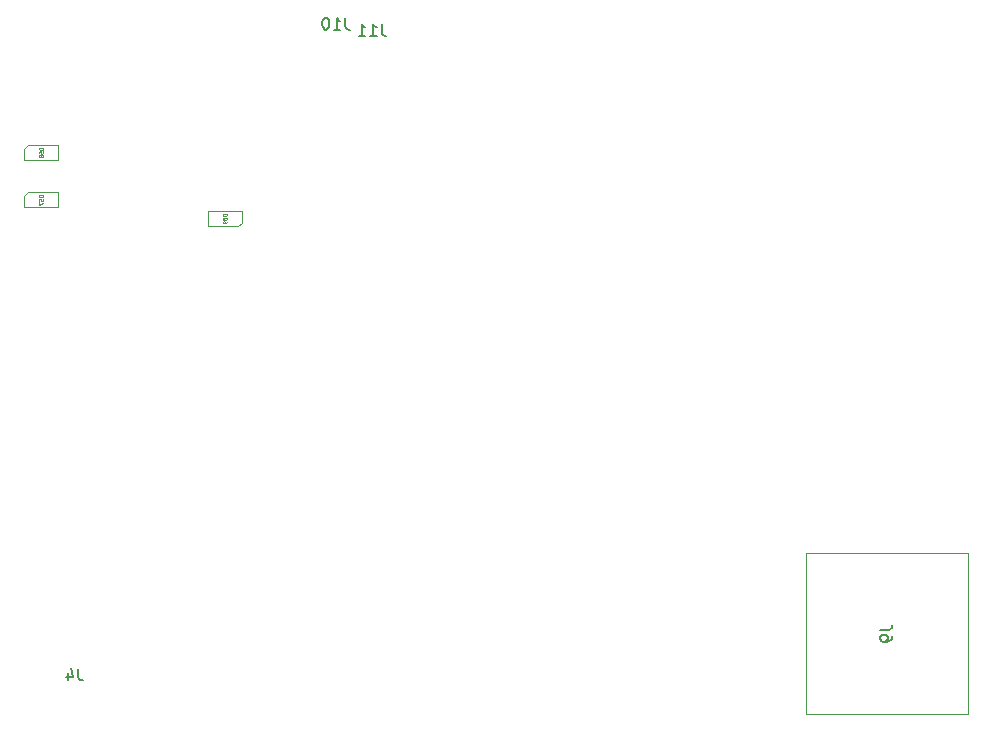
<source format=gbr>
G04 #@! TF.GenerationSoftware,KiCad,Pcbnew,(6.0.9)*
G04 #@! TF.CreationDate,2023-02-02T22:17:03+03:00*
G04 #@! TF.ProjectId,alphax_4ch,616c7068-6178-45f3-9463-682e6b696361,a*
G04 #@! TF.SameCoordinates,PX141f5e0PYa2cace0*
G04 #@! TF.FileFunction,AssemblyDrawing,Bot*
%FSLAX46Y46*%
G04 Gerber Fmt 4.6, Leading zero omitted, Abs format (unit mm)*
G04 Created by KiCad (PCBNEW (6.0.9)) date 2023-02-02 22:17:03*
%MOMM*%
%LPD*%
G01*
G04 APERTURE LIST*
%ADD10C,0.150000*%
%ADD11C,0.050000*%
%ADD12C,0.100000*%
G04 APERTURE END LIST*
D10*
G04 #@! TO.C,J10*
X27639523Y60257620D02*
X27639523Y59543334D01*
X27687142Y59400477D01*
X27782380Y59305239D01*
X27925238Y59257620D01*
X28020476Y59257620D01*
X26639523Y59257620D02*
X27210952Y59257620D01*
X26925238Y59257620D02*
X26925238Y60257620D01*
X27020476Y60114762D01*
X27115714Y60019524D01*
X27210952Y59971905D01*
X26020476Y60257620D02*
X25925238Y60257620D01*
X25830000Y60210000D01*
X25782380Y60162381D01*
X25734761Y60067143D01*
X25687142Y59876667D01*
X25687142Y59638572D01*
X25734761Y59448096D01*
X25782380Y59352858D01*
X25830000Y59305239D01*
X25925238Y59257620D01*
X26020476Y59257620D01*
X26115714Y59305239D01*
X26163333Y59352858D01*
X26210952Y59448096D01*
X26258571Y59638572D01*
X26258571Y59876667D01*
X26210952Y60067143D01*
X26163333Y60162381D01*
X26115714Y60210000D01*
X26020476Y60257620D01*
G04 #@! TO.C,J11*
X30709523Y59737620D02*
X30709523Y59023334D01*
X30757142Y58880477D01*
X30852380Y58785239D01*
X30995238Y58737620D01*
X31090476Y58737620D01*
X29709523Y58737620D02*
X30280952Y58737620D01*
X29995238Y58737620D02*
X29995238Y59737620D01*
X30090476Y59594762D01*
X30185714Y59499524D01*
X30280952Y59451905D01*
X28757142Y58737620D02*
X29328571Y58737620D01*
X29042857Y58737620D02*
X29042857Y59737620D01*
X29138095Y59594762D01*
X29233333Y59499524D01*
X29328571Y59451905D01*
D11*
G04 #@! TO.C,D58*
X2034761Y49238572D02*
X1714761Y49238572D01*
X1714761Y49162381D01*
X1730000Y49116667D01*
X1760476Y49086191D01*
X1790952Y49070953D01*
X1851904Y49055715D01*
X1897619Y49055715D01*
X1958571Y49070953D01*
X1989047Y49086191D01*
X2019523Y49116667D01*
X2034761Y49162381D01*
X2034761Y49238572D01*
X1714761Y48766191D02*
X1714761Y48918572D01*
X1867142Y48933810D01*
X1851904Y48918572D01*
X1836666Y48888096D01*
X1836666Y48811905D01*
X1851904Y48781429D01*
X1867142Y48766191D01*
X1897619Y48750953D01*
X1973809Y48750953D01*
X2004285Y48766191D01*
X2019523Y48781429D01*
X2034761Y48811905D01*
X2034761Y48888096D01*
X2019523Y48918572D01*
X2004285Y48933810D01*
X1851904Y48568096D02*
X1836666Y48598572D01*
X1821428Y48613810D01*
X1790952Y48629048D01*
X1775714Y48629048D01*
X1745238Y48613810D01*
X1730000Y48598572D01*
X1714761Y48568096D01*
X1714761Y48507143D01*
X1730000Y48476667D01*
X1745238Y48461429D01*
X1775714Y48446191D01*
X1790952Y48446191D01*
X1821428Y48461429D01*
X1836666Y48476667D01*
X1851904Y48507143D01*
X1851904Y48568096D01*
X1867142Y48598572D01*
X1882380Y48613810D01*
X1912857Y48629048D01*
X1973809Y48629048D01*
X2004285Y48613810D01*
X2019523Y48598572D01*
X2034761Y48568096D01*
X2034761Y48507143D01*
X2019523Y48476667D01*
X2004285Y48461429D01*
X1973809Y48446191D01*
X1912857Y48446191D01*
X1882380Y48461429D01*
X1867142Y48476667D01*
X1851904Y48507143D01*
D10*
G04 #@! TO.C,J9*
X72922380Y8443334D02*
X73636666Y8443334D01*
X73779523Y8490953D01*
X73874761Y8586191D01*
X73922380Y8729048D01*
X73922380Y8824286D01*
X73922380Y7919524D02*
X73922380Y7729048D01*
X73874761Y7633810D01*
X73827142Y7586191D01*
X73684285Y7490953D01*
X73493809Y7443334D01*
X73112857Y7443334D01*
X73017619Y7490953D01*
X72970000Y7538572D01*
X72922380Y7633810D01*
X72922380Y7824286D01*
X72970000Y7919524D01*
X73017619Y7967143D01*
X73112857Y8014762D01*
X73350952Y8014762D01*
X73446190Y7967143D01*
X73493809Y7919524D01*
X73541428Y7824286D01*
X73541428Y7633810D01*
X73493809Y7538572D01*
X73446190Y7490953D01*
X73350952Y7443334D01*
D11*
G04 #@! TO.C,D57*
X2034761Y45238572D02*
X1714761Y45238572D01*
X1714761Y45162381D01*
X1730000Y45116667D01*
X1760476Y45086191D01*
X1790952Y45070953D01*
X1851904Y45055715D01*
X1897619Y45055715D01*
X1958571Y45070953D01*
X1989047Y45086191D01*
X2019523Y45116667D01*
X2034761Y45162381D01*
X2034761Y45238572D01*
X1714761Y44766191D02*
X1714761Y44918572D01*
X1867142Y44933810D01*
X1851904Y44918572D01*
X1836666Y44888096D01*
X1836666Y44811905D01*
X1851904Y44781429D01*
X1867142Y44766191D01*
X1897619Y44750953D01*
X1973809Y44750953D01*
X2004285Y44766191D01*
X2019523Y44781429D01*
X2034761Y44811905D01*
X2034761Y44888096D01*
X2019523Y44918572D01*
X2004285Y44933810D01*
X1714761Y44644286D02*
X1714761Y44430953D01*
X2034761Y44568096D01*
D10*
G04 #@! TO.C,J4*
X5033333Y5147620D02*
X5033333Y4433334D01*
X5080952Y4290477D01*
X5176190Y4195239D01*
X5319047Y4147620D01*
X5414285Y4147620D01*
X4128571Y4814286D02*
X4128571Y4147620D01*
X4366666Y5195239D02*
X4604761Y4480953D01*
X3985714Y4480953D01*
D11*
G04 #@! TO.C,D59*
X17574761Y43628572D02*
X17254761Y43628572D01*
X17254761Y43552381D01*
X17270000Y43506667D01*
X17300476Y43476191D01*
X17330952Y43460953D01*
X17391904Y43445715D01*
X17437619Y43445715D01*
X17498571Y43460953D01*
X17529047Y43476191D01*
X17559523Y43506667D01*
X17574761Y43552381D01*
X17574761Y43628572D01*
X17254761Y43156191D02*
X17254761Y43308572D01*
X17407142Y43323810D01*
X17391904Y43308572D01*
X17376666Y43278096D01*
X17376666Y43201905D01*
X17391904Y43171429D01*
X17407142Y43156191D01*
X17437619Y43140953D01*
X17513809Y43140953D01*
X17544285Y43156191D01*
X17559523Y43171429D01*
X17574761Y43201905D01*
X17574761Y43278096D01*
X17559523Y43308572D01*
X17544285Y43323810D01*
X17574761Y42988572D02*
X17574761Y42927620D01*
X17559523Y42897143D01*
X17544285Y42881905D01*
X17498571Y42851429D01*
X17437619Y42836191D01*
X17315714Y42836191D01*
X17285238Y42851429D01*
X17270000Y42866667D01*
X17254761Y42897143D01*
X17254761Y42958096D01*
X17270000Y42988572D01*
X17285238Y43003810D01*
X17315714Y43019048D01*
X17391904Y43019048D01*
X17422380Y43003810D01*
X17437619Y42988572D01*
X17452857Y42958096D01*
X17452857Y42897143D01*
X17437619Y42866667D01*
X17422380Y42851429D01*
X17391904Y42836191D01*
D12*
G04 #@! TO.C,D58*
X3340000Y48200000D02*
X3340000Y49500000D01*
X765000Y49500000D02*
X440000Y49175000D01*
X440000Y49175000D02*
X440000Y48200000D01*
X440000Y48200000D02*
X3340000Y48200000D01*
X3340000Y49500000D02*
X765000Y49500000D01*
G04 #@! TO.C,J9*
X66620000Y1310000D02*
X66620000Y14910000D01*
X80320000Y14910000D02*
X80320000Y1310000D01*
X80320000Y1310000D02*
X66620000Y1310000D01*
X66620000Y14910000D02*
X80320000Y14910000D01*
G04 #@! TO.C,D57*
X440000Y44200000D02*
X3340000Y44200000D01*
X765000Y45500000D02*
X440000Y45175000D01*
X3340000Y45500000D02*
X765000Y45500000D01*
X3340000Y44200000D02*
X3340000Y45500000D01*
X440000Y45175000D02*
X440000Y44200000D01*
G04 #@! TO.C,D59*
X15980000Y42590000D02*
X18555000Y42590000D01*
X15980000Y43890000D02*
X15980000Y42590000D01*
X18880000Y43890000D02*
X15980000Y43890000D01*
X18880000Y42915000D02*
X18880000Y43890000D01*
X18555000Y42590000D02*
X18880000Y42915000D01*
G04 #@! TD*
M02*

</source>
